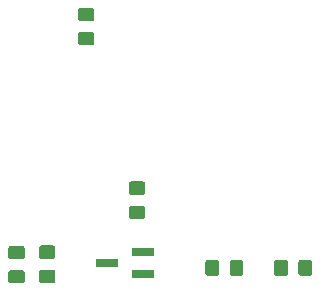
<source format=gtp>
G04 #@! TF.GenerationSoftware,KiCad,Pcbnew,(5.1.5)-3*
G04 #@! TF.CreationDate,2021-10-17T14:13:30-07:00*
G04 #@! TF.ProjectId,pololu_regulator_breakout,706f6c6f-6c75-45f7-9265-67756c61746f,rev?*
G04 #@! TF.SameCoordinates,Original*
G04 #@! TF.FileFunction,Paste,Top*
G04 #@! TF.FilePolarity,Positive*
%FSLAX46Y46*%
G04 Gerber Fmt 4.6, Leading zero omitted, Abs format (unit mm)*
G04 Created by KiCad (PCBNEW (5.1.5)-3) date 2021-10-17 14:13:30*
%MOMM*%
%LPD*%
G04 APERTURE LIST*
%ADD10C,0.100000*%
%ADD11R,1.900000X0.800000*%
G04 APERTURE END LIST*
D10*
G36*
X132374505Y-68276204D02*
G01*
X132398773Y-68279804D01*
X132422572Y-68285765D01*
X132445671Y-68294030D01*
X132467850Y-68304520D01*
X132488893Y-68317132D01*
X132508599Y-68331747D01*
X132526777Y-68348223D01*
X132543253Y-68366401D01*
X132557868Y-68386107D01*
X132570480Y-68407150D01*
X132580970Y-68429329D01*
X132589235Y-68452428D01*
X132595196Y-68476227D01*
X132598796Y-68500495D01*
X132600000Y-68524999D01*
X132600000Y-69175001D01*
X132598796Y-69199505D01*
X132595196Y-69223773D01*
X132589235Y-69247572D01*
X132580970Y-69270671D01*
X132570480Y-69292850D01*
X132557868Y-69313893D01*
X132543253Y-69333599D01*
X132526777Y-69351777D01*
X132508599Y-69368253D01*
X132488893Y-69382868D01*
X132467850Y-69395480D01*
X132445671Y-69405970D01*
X132422572Y-69414235D01*
X132398773Y-69420196D01*
X132374505Y-69423796D01*
X132350001Y-69425000D01*
X131449999Y-69425000D01*
X131425495Y-69423796D01*
X131401227Y-69420196D01*
X131377428Y-69414235D01*
X131354329Y-69405970D01*
X131332150Y-69395480D01*
X131311107Y-69382868D01*
X131291401Y-69368253D01*
X131273223Y-69351777D01*
X131256747Y-69333599D01*
X131242132Y-69313893D01*
X131229520Y-69292850D01*
X131219030Y-69270671D01*
X131210765Y-69247572D01*
X131204804Y-69223773D01*
X131201204Y-69199505D01*
X131200000Y-69175001D01*
X131200000Y-68524999D01*
X131201204Y-68500495D01*
X131204804Y-68476227D01*
X131210765Y-68452428D01*
X131219030Y-68429329D01*
X131229520Y-68407150D01*
X131242132Y-68386107D01*
X131256747Y-68366401D01*
X131273223Y-68348223D01*
X131291401Y-68331747D01*
X131311107Y-68317132D01*
X131332150Y-68304520D01*
X131354329Y-68294030D01*
X131377428Y-68285765D01*
X131401227Y-68279804D01*
X131425495Y-68276204D01*
X131449999Y-68275000D01*
X132350001Y-68275000D01*
X132374505Y-68276204D01*
G37*
G36*
X132374505Y-70326204D02*
G01*
X132398773Y-70329804D01*
X132422572Y-70335765D01*
X132445671Y-70344030D01*
X132467850Y-70354520D01*
X132488893Y-70367132D01*
X132508599Y-70381747D01*
X132526777Y-70398223D01*
X132543253Y-70416401D01*
X132557868Y-70436107D01*
X132570480Y-70457150D01*
X132580970Y-70479329D01*
X132589235Y-70502428D01*
X132595196Y-70526227D01*
X132598796Y-70550495D01*
X132600000Y-70574999D01*
X132600000Y-71225001D01*
X132598796Y-71249505D01*
X132595196Y-71273773D01*
X132589235Y-71297572D01*
X132580970Y-71320671D01*
X132570480Y-71342850D01*
X132557868Y-71363893D01*
X132543253Y-71383599D01*
X132526777Y-71401777D01*
X132508599Y-71418253D01*
X132488893Y-71432868D01*
X132467850Y-71445480D01*
X132445671Y-71455970D01*
X132422572Y-71464235D01*
X132398773Y-71470196D01*
X132374505Y-71473796D01*
X132350001Y-71475000D01*
X131449999Y-71475000D01*
X131425495Y-71473796D01*
X131401227Y-71470196D01*
X131377428Y-71464235D01*
X131354329Y-71455970D01*
X131332150Y-71445480D01*
X131311107Y-71432868D01*
X131291401Y-71418253D01*
X131273223Y-71401777D01*
X131256747Y-71383599D01*
X131242132Y-71363893D01*
X131229520Y-71342850D01*
X131219030Y-71320671D01*
X131210765Y-71297572D01*
X131204804Y-71273773D01*
X131201204Y-71249505D01*
X131200000Y-71225001D01*
X131200000Y-70574999D01*
X131201204Y-70550495D01*
X131204804Y-70526227D01*
X131210765Y-70502428D01*
X131219030Y-70479329D01*
X131229520Y-70457150D01*
X131242132Y-70436107D01*
X131256747Y-70416401D01*
X131273223Y-70398223D01*
X131291401Y-70381747D01*
X131311107Y-70367132D01*
X131332150Y-70354520D01*
X131354329Y-70344030D01*
X131377428Y-70335765D01*
X131401227Y-70329804D01*
X131425495Y-70326204D01*
X131449999Y-70325000D01*
X132350001Y-70325000D01*
X132374505Y-70326204D01*
G37*
G36*
X136674505Y-85026204D02*
G01*
X136698773Y-85029804D01*
X136722572Y-85035765D01*
X136745671Y-85044030D01*
X136767850Y-85054520D01*
X136788893Y-85067132D01*
X136808599Y-85081747D01*
X136826777Y-85098223D01*
X136843253Y-85116401D01*
X136857868Y-85136107D01*
X136870480Y-85157150D01*
X136880970Y-85179329D01*
X136889235Y-85202428D01*
X136895196Y-85226227D01*
X136898796Y-85250495D01*
X136900000Y-85274999D01*
X136900000Y-85925001D01*
X136898796Y-85949505D01*
X136895196Y-85973773D01*
X136889235Y-85997572D01*
X136880970Y-86020671D01*
X136870480Y-86042850D01*
X136857868Y-86063893D01*
X136843253Y-86083599D01*
X136826777Y-86101777D01*
X136808599Y-86118253D01*
X136788893Y-86132868D01*
X136767850Y-86145480D01*
X136745671Y-86155970D01*
X136722572Y-86164235D01*
X136698773Y-86170196D01*
X136674505Y-86173796D01*
X136650001Y-86175000D01*
X135749999Y-86175000D01*
X135725495Y-86173796D01*
X135701227Y-86170196D01*
X135677428Y-86164235D01*
X135654329Y-86155970D01*
X135632150Y-86145480D01*
X135611107Y-86132868D01*
X135591401Y-86118253D01*
X135573223Y-86101777D01*
X135556747Y-86083599D01*
X135542132Y-86063893D01*
X135529520Y-86042850D01*
X135519030Y-86020671D01*
X135510765Y-85997572D01*
X135504804Y-85973773D01*
X135501204Y-85949505D01*
X135500000Y-85925001D01*
X135500000Y-85274999D01*
X135501204Y-85250495D01*
X135504804Y-85226227D01*
X135510765Y-85202428D01*
X135519030Y-85179329D01*
X135529520Y-85157150D01*
X135542132Y-85136107D01*
X135556747Y-85116401D01*
X135573223Y-85098223D01*
X135591401Y-85081747D01*
X135611107Y-85067132D01*
X135632150Y-85054520D01*
X135654329Y-85044030D01*
X135677428Y-85035765D01*
X135701227Y-85029804D01*
X135725495Y-85026204D01*
X135749999Y-85025000D01*
X136650001Y-85025000D01*
X136674505Y-85026204D01*
G37*
G36*
X136674505Y-82976204D02*
G01*
X136698773Y-82979804D01*
X136722572Y-82985765D01*
X136745671Y-82994030D01*
X136767850Y-83004520D01*
X136788893Y-83017132D01*
X136808599Y-83031747D01*
X136826777Y-83048223D01*
X136843253Y-83066401D01*
X136857868Y-83086107D01*
X136870480Y-83107150D01*
X136880970Y-83129329D01*
X136889235Y-83152428D01*
X136895196Y-83176227D01*
X136898796Y-83200495D01*
X136900000Y-83224999D01*
X136900000Y-83875001D01*
X136898796Y-83899505D01*
X136895196Y-83923773D01*
X136889235Y-83947572D01*
X136880970Y-83970671D01*
X136870480Y-83992850D01*
X136857868Y-84013893D01*
X136843253Y-84033599D01*
X136826777Y-84051777D01*
X136808599Y-84068253D01*
X136788893Y-84082868D01*
X136767850Y-84095480D01*
X136745671Y-84105970D01*
X136722572Y-84114235D01*
X136698773Y-84120196D01*
X136674505Y-84123796D01*
X136650001Y-84125000D01*
X135749999Y-84125000D01*
X135725495Y-84123796D01*
X135701227Y-84120196D01*
X135677428Y-84114235D01*
X135654329Y-84105970D01*
X135632150Y-84095480D01*
X135611107Y-84082868D01*
X135591401Y-84068253D01*
X135573223Y-84051777D01*
X135556747Y-84033599D01*
X135542132Y-84013893D01*
X135529520Y-83992850D01*
X135519030Y-83970671D01*
X135510765Y-83947572D01*
X135504804Y-83923773D01*
X135501204Y-83899505D01*
X135500000Y-83875001D01*
X135500000Y-83224999D01*
X135501204Y-83200495D01*
X135504804Y-83176227D01*
X135510765Y-83152428D01*
X135519030Y-83129329D01*
X135529520Y-83107150D01*
X135542132Y-83086107D01*
X135556747Y-83066401D01*
X135573223Y-83048223D01*
X135591401Y-83031747D01*
X135611107Y-83017132D01*
X135632150Y-83004520D01*
X135654329Y-82994030D01*
X135677428Y-82985765D01*
X135701227Y-82979804D01*
X135725495Y-82976204D01*
X135749999Y-82975000D01*
X136650001Y-82975000D01*
X136674505Y-82976204D01*
G37*
G36*
X126474505Y-88426204D02*
G01*
X126498773Y-88429804D01*
X126522572Y-88435765D01*
X126545671Y-88444030D01*
X126567850Y-88454520D01*
X126588893Y-88467132D01*
X126608599Y-88481747D01*
X126626777Y-88498223D01*
X126643253Y-88516401D01*
X126657868Y-88536107D01*
X126670480Y-88557150D01*
X126680970Y-88579329D01*
X126689235Y-88602428D01*
X126695196Y-88626227D01*
X126698796Y-88650495D01*
X126700000Y-88674999D01*
X126700000Y-89325001D01*
X126698796Y-89349505D01*
X126695196Y-89373773D01*
X126689235Y-89397572D01*
X126680970Y-89420671D01*
X126670480Y-89442850D01*
X126657868Y-89463893D01*
X126643253Y-89483599D01*
X126626777Y-89501777D01*
X126608599Y-89518253D01*
X126588893Y-89532868D01*
X126567850Y-89545480D01*
X126545671Y-89555970D01*
X126522572Y-89564235D01*
X126498773Y-89570196D01*
X126474505Y-89573796D01*
X126450001Y-89575000D01*
X125549999Y-89575000D01*
X125525495Y-89573796D01*
X125501227Y-89570196D01*
X125477428Y-89564235D01*
X125454329Y-89555970D01*
X125432150Y-89545480D01*
X125411107Y-89532868D01*
X125391401Y-89518253D01*
X125373223Y-89501777D01*
X125356747Y-89483599D01*
X125342132Y-89463893D01*
X125329520Y-89442850D01*
X125319030Y-89420671D01*
X125310765Y-89397572D01*
X125304804Y-89373773D01*
X125301204Y-89349505D01*
X125300000Y-89325001D01*
X125300000Y-88674999D01*
X125301204Y-88650495D01*
X125304804Y-88626227D01*
X125310765Y-88602428D01*
X125319030Y-88579329D01*
X125329520Y-88557150D01*
X125342132Y-88536107D01*
X125356747Y-88516401D01*
X125373223Y-88498223D01*
X125391401Y-88481747D01*
X125411107Y-88467132D01*
X125432150Y-88454520D01*
X125454329Y-88444030D01*
X125477428Y-88435765D01*
X125501227Y-88429804D01*
X125525495Y-88426204D01*
X125549999Y-88425000D01*
X126450001Y-88425000D01*
X126474505Y-88426204D01*
G37*
G36*
X126474505Y-90476204D02*
G01*
X126498773Y-90479804D01*
X126522572Y-90485765D01*
X126545671Y-90494030D01*
X126567850Y-90504520D01*
X126588893Y-90517132D01*
X126608599Y-90531747D01*
X126626777Y-90548223D01*
X126643253Y-90566401D01*
X126657868Y-90586107D01*
X126670480Y-90607150D01*
X126680970Y-90629329D01*
X126689235Y-90652428D01*
X126695196Y-90676227D01*
X126698796Y-90700495D01*
X126700000Y-90724999D01*
X126700000Y-91375001D01*
X126698796Y-91399505D01*
X126695196Y-91423773D01*
X126689235Y-91447572D01*
X126680970Y-91470671D01*
X126670480Y-91492850D01*
X126657868Y-91513893D01*
X126643253Y-91533599D01*
X126626777Y-91551777D01*
X126608599Y-91568253D01*
X126588893Y-91582868D01*
X126567850Y-91595480D01*
X126545671Y-91605970D01*
X126522572Y-91614235D01*
X126498773Y-91620196D01*
X126474505Y-91623796D01*
X126450001Y-91625000D01*
X125549999Y-91625000D01*
X125525495Y-91623796D01*
X125501227Y-91620196D01*
X125477428Y-91614235D01*
X125454329Y-91605970D01*
X125432150Y-91595480D01*
X125411107Y-91582868D01*
X125391401Y-91568253D01*
X125373223Y-91551777D01*
X125356747Y-91533599D01*
X125342132Y-91513893D01*
X125329520Y-91492850D01*
X125319030Y-91470671D01*
X125310765Y-91447572D01*
X125304804Y-91423773D01*
X125301204Y-91399505D01*
X125300000Y-91375001D01*
X125300000Y-90724999D01*
X125301204Y-90700495D01*
X125304804Y-90676227D01*
X125310765Y-90652428D01*
X125319030Y-90629329D01*
X125329520Y-90607150D01*
X125342132Y-90586107D01*
X125356747Y-90566401D01*
X125373223Y-90548223D01*
X125391401Y-90531747D01*
X125411107Y-90517132D01*
X125432150Y-90504520D01*
X125454329Y-90494030D01*
X125477428Y-90485765D01*
X125501227Y-90479804D01*
X125525495Y-90476204D01*
X125549999Y-90475000D01*
X126450001Y-90475000D01*
X126474505Y-90476204D01*
G37*
D11*
X133700000Y-89900000D03*
X136700000Y-88950000D03*
X136700000Y-90850000D03*
D10*
G36*
X142924505Y-89601204D02*
G01*
X142948773Y-89604804D01*
X142972572Y-89610765D01*
X142995671Y-89619030D01*
X143017850Y-89629520D01*
X143038893Y-89642132D01*
X143058599Y-89656747D01*
X143076777Y-89673223D01*
X143093253Y-89691401D01*
X143107868Y-89711107D01*
X143120480Y-89732150D01*
X143130970Y-89754329D01*
X143139235Y-89777428D01*
X143145196Y-89801227D01*
X143148796Y-89825495D01*
X143150000Y-89849999D01*
X143150000Y-90750001D01*
X143148796Y-90774505D01*
X143145196Y-90798773D01*
X143139235Y-90822572D01*
X143130970Y-90845671D01*
X143120480Y-90867850D01*
X143107868Y-90888893D01*
X143093253Y-90908599D01*
X143076777Y-90926777D01*
X143058599Y-90943253D01*
X143038893Y-90957868D01*
X143017850Y-90970480D01*
X142995671Y-90980970D01*
X142972572Y-90989235D01*
X142948773Y-90995196D01*
X142924505Y-90998796D01*
X142900001Y-91000000D01*
X142249999Y-91000000D01*
X142225495Y-90998796D01*
X142201227Y-90995196D01*
X142177428Y-90989235D01*
X142154329Y-90980970D01*
X142132150Y-90970480D01*
X142111107Y-90957868D01*
X142091401Y-90943253D01*
X142073223Y-90926777D01*
X142056747Y-90908599D01*
X142042132Y-90888893D01*
X142029520Y-90867850D01*
X142019030Y-90845671D01*
X142010765Y-90822572D01*
X142004804Y-90798773D01*
X142001204Y-90774505D01*
X142000000Y-90750001D01*
X142000000Y-89849999D01*
X142001204Y-89825495D01*
X142004804Y-89801227D01*
X142010765Y-89777428D01*
X142019030Y-89754329D01*
X142029520Y-89732150D01*
X142042132Y-89711107D01*
X142056747Y-89691401D01*
X142073223Y-89673223D01*
X142091401Y-89656747D01*
X142111107Y-89642132D01*
X142132150Y-89629520D01*
X142154329Y-89619030D01*
X142177428Y-89610765D01*
X142201227Y-89604804D01*
X142225495Y-89601204D01*
X142249999Y-89600000D01*
X142900001Y-89600000D01*
X142924505Y-89601204D01*
G37*
G36*
X144974505Y-89601204D02*
G01*
X144998773Y-89604804D01*
X145022572Y-89610765D01*
X145045671Y-89619030D01*
X145067850Y-89629520D01*
X145088893Y-89642132D01*
X145108599Y-89656747D01*
X145126777Y-89673223D01*
X145143253Y-89691401D01*
X145157868Y-89711107D01*
X145170480Y-89732150D01*
X145180970Y-89754329D01*
X145189235Y-89777428D01*
X145195196Y-89801227D01*
X145198796Y-89825495D01*
X145200000Y-89849999D01*
X145200000Y-90750001D01*
X145198796Y-90774505D01*
X145195196Y-90798773D01*
X145189235Y-90822572D01*
X145180970Y-90845671D01*
X145170480Y-90867850D01*
X145157868Y-90888893D01*
X145143253Y-90908599D01*
X145126777Y-90926777D01*
X145108599Y-90943253D01*
X145088893Y-90957868D01*
X145067850Y-90970480D01*
X145045671Y-90980970D01*
X145022572Y-90989235D01*
X144998773Y-90995196D01*
X144974505Y-90998796D01*
X144950001Y-91000000D01*
X144299999Y-91000000D01*
X144275495Y-90998796D01*
X144251227Y-90995196D01*
X144227428Y-90989235D01*
X144204329Y-90980970D01*
X144182150Y-90970480D01*
X144161107Y-90957868D01*
X144141401Y-90943253D01*
X144123223Y-90926777D01*
X144106747Y-90908599D01*
X144092132Y-90888893D01*
X144079520Y-90867850D01*
X144069030Y-90845671D01*
X144060765Y-90822572D01*
X144054804Y-90798773D01*
X144051204Y-90774505D01*
X144050000Y-90750001D01*
X144050000Y-89849999D01*
X144051204Y-89825495D01*
X144054804Y-89801227D01*
X144060765Y-89777428D01*
X144069030Y-89754329D01*
X144079520Y-89732150D01*
X144092132Y-89711107D01*
X144106747Y-89691401D01*
X144123223Y-89673223D01*
X144141401Y-89656747D01*
X144161107Y-89642132D01*
X144182150Y-89629520D01*
X144204329Y-89619030D01*
X144227428Y-89610765D01*
X144251227Y-89604804D01*
X144275495Y-89601204D01*
X144299999Y-89600000D01*
X144950001Y-89600000D01*
X144974505Y-89601204D01*
G37*
G36*
X150799505Y-89601204D02*
G01*
X150823773Y-89604804D01*
X150847572Y-89610765D01*
X150870671Y-89619030D01*
X150892850Y-89629520D01*
X150913893Y-89642132D01*
X150933599Y-89656747D01*
X150951777Y-89673223D01*
X150968253Y-89691401D01*
X150982868Y-89711107D01*
X150995480Y-89732150D01*
X151005970Y-89754329D01*
X151014235Y-89777428D01*
X151020196Y-89801227D01*
X151023796Y-89825495D01*
X151025000Y-89849999D01*
X151025000Y-90750001D01*
X151023796Y-90774505D01*
X151020196Y-90798773D01*
X151014235Y-90822572D01*
X151005970Y-90845671D01*
X150995480Y-90867850D01*
X150982868Y-90888893D01*
X150968253Y-90908599D01*
X150951777Y-90926777D01*
X150933599Y-90943253D01*
X150913893Y-90957868D01*
X150892850Y-90970480D01*
X150870671Y-90980970D01*
X150847572Y-90989235D01*
X150823773Y-90995196D01*
X150799505Y-90998796D01*
X150775001Y-91000000D01*
X150124999Y-91000000D01*
X150100495Y-90998796D01*
X150076227Y-90995196D01*
X150052428Y-90989235D01*
X150029329Y-90980970D01*
X150007150Y-90970480D01*
X149986107Y-90957868D01*
X149966401Y-90943253D01*
X149948223Y-90926777D01*
X149931747Y-90908599D01*
X149917132Y-90888893D01*
X149904520Y-90867850D01*
X149894030Y-90845671D01*
X149885765Y-90822572D01*
X149879804Y-90798773D01*
X149876204Y-90774505D01*
X149875000Y-90750001D01*
X149875000Y-89849999D01*
X149876204Y-89825495D01*
X149879804Y-89801227D01*
X149885765Y-89777428D01*
X149894030Y-89754329D01*
X149904520Y-89732150D01*
X149917132Y-89711107D01*
X149931747Y-89691401D01*
X149948223Y-89673223D01*
X149966401Y-89656747D01*
X149986107Y-89642132D01*
X150007150Y-89629520D01*
X150029329Y-89619030D01*
X150052428Y-89610765D01*
X150076227Y-89604804D01*
X150100495Y-89601204D01*
X150124999Y-89600000D01*
X150775001Y-89600000D01*
X150799505Y-89601204D01*
G37*
G36*
X148749505Y-89601204D02*
G01*
X148773773Y-89604804D01*
X148797572Y-89610765D01*
X148820671Y-89619030D01*
X148842850Y-89629520D01*
X148863893Y-89642132D01*
X148883599Y-89656747D01*
X148901777Y-89673223D01*
X148918253Y-89691401D01*
X148932868Y-89711107D01*
X148945480Y-89732150D01*
X148955970Y-89754329D01*
X148964235Y-89777428D01*
X148970196Y-89801227D01*
X148973796Y-89825495D01*
X148975000Y-89849999D01*
X148975000Y-90750001D01*
X148973796Y-90774505D01*
X148970196Y-90798773D01*
X148964235Y-90822572D01*
X148955970Y-90845671D01*
X148945480Y-90867850D01*
X148932868Y-90888893D01*
X148918253Y-90908599D01*
X148901777Y-90926777D01*
X148883599Y-90943253D01*
X148863893Y-90957868D01*
X148842850Y-90970480D01*
X148820671Y-90980970D01*
X148797572Y-90989235D01*
X148773773Y-90995196D01*
X148749505Y-90998796D01*
X148725001Y-91000000D01*
X148074999Y-91000000D01*
X148050495Y-90998796D01*
X148026227Y-90995196D01*
X148002428Y-90989235D01*
X147979329Y-90980970D01*
X147957150Y-90970480D01*
X147936107Y-90957868D01*
X147916401Y-90943253D01*
X147898223Y-90926777D01*
X147881747Y-90908599D01*
X147867132Y-90888893D01*
X147854520Y-90867850D01*
X147844030Y-90845671D01*
X147835765Y-90822572D01*
X147829804Y-90798773D01*
X147826204Y-90774505D01*
X147825000Y-90750001D01*
X147825000Y-89849999D01*
X147826204Y-89825495D01*
X147829804Y-89801227D01*
X147835765Y-89777428D01*
X147844030Y-89754329D01*
X147854520Y-89732150D01*
X147867132Y-89711107D01*
X147881747Y-89691401D01*
X147898223Y-89673223D01*
X147916401Y-89656747D01*
X147936107Y-89642132D01*
X147957150Y-89629520D01*
X147979329Y-89619030D01*
X148002428Y-89610765D01*
X148026227Y-89604804D01*
X148050495Y-89601204D01*
X148074999Y-89600000D01*
X148725001Y-89600000D01*
X148749505Y-89601204D01*
G37*
G36*
X129074505Y-90451204D02*
G01*
X129098773Y-90454804D01*
X129122572Y-90460765D01*
X129145671Y-90469030D01*
X129167850Y-90479520D01*
X129188893Y-90492132D01*
X129208599Y-90506747D01*
X129226777Y-90523223D01*
X129243253Y-90541401D01*
X129257868Y-90561107D01*
X129270480Y-90582150D01*
X129280970Y-90604329D01*
X129289235Y-90627428D01*
X129295196Y-90651227D01*
X129298796Y-90675495D01*
X129300000Y-90699999D01*
X129300000Y-91350001D01*
X129298796Y-91374505D01*
X129295196Y-91398773D01*
X129289235Y-91422572D01*
X129280970Y-91445671D01*
X129270480Y-91467850D01*
X129257868Y-91488893D01*
X129243253Y-91508599D01*
X129226777Y-91526777D01*
X129208599Y-91543253D01*
X129188893Y-91557868D01*
X129167850Y-91570480D01*
X129145671Y-91580970D01*
X129122572Y-91589235D01*
X129098773Y-91595196D01*
X129074505Y-91598796D01*
X129050001Y-91600000D01*
X128149999Y-91600000D01*
X128125495Y-91598796D01*
X128101227Y-91595196D01*
X128077428Y-91589235D01*
X128054329Y-91580970D01*
X128032150Y-91570480D01*
X128011107Y-91557868D01*
X127991401Y-91543253D01*
X127973223Y-91526777D01*
X127956747Y-91508599D01*
X127942132Y-91488893D01*
X127929520Y-91467850D01*
X127919030Y-91445671D01*
X127910765Y-91422572D01*
X127904804Y-91398773D01*
X127901204Y-91374505D01*
X127900000Y-91350001D01*
X127900000Y-90699999D01*
X127901204Y-90675495D01*
X127904804Y-90651227D01*
X127910765Y-90627428D01*
X127919030Y-90604329D01*
X127929520Y-90582150D01*
X127942132Y-90561107D01*
X127956747Y-90541401D01*
X127973223Y-90523223D01*
X127991401Y-90506747D01*
X128011107Y-90492132D01*
X128032150Y-90479520D01*
X128054329Y-90469030D01*
X128077428Y-90460765D01*
X128101227Y-90454804D01*
X128125495Y-90451204D01*
X128149999Y-90450000D01*
X129050001Y-90450000D01*
X129074505Y-90451204D01*
G37*
G36*
X129074505Y-88401204D02*
G01*
X129098773Y-88404804D01*
X129122572Y-88410765D01*
X129145671Y-88419030D01*
X129167850Y-88429520D01*
X129188893Y-88442132D01*
X129208599Y-88456747D01*
X129226777Y-88473223D01*
X129243253Y-88491401D01*
X129257868Y-88511107D01*
X129270480Y-88532150D01*
X129280970Y-88554329D01*
X129289235Y-88577428D01*
X129295196Y-88601227D01*
X129298796Y-88625495D01*
X129300000Y-88649999D01*
X129300000Y-89300001D01*
X129298796Y-89324505D01*
X129295196Y-89348773D01*
X129289235Y-89372572D01*
X129280970Y-89395671D01*
X129270480Y-89417850D01*
X129257868Y-89438893D01*
X129243253Y-89458599D01*
X129226777Y-89476777D01*
X129208599Y-89493253D01*
X129188893Y-89507868D01*
X129167850Y-89520480D01*
X129145671Y-89530970D01*
X129122572Y-89539235D01*
X129098773Y-89545196D01*
X129074505Y-89548796D01*
X129050001Y-89550000D01*
X128149999Y-89550000D01*
X128125495Y-89548796D01*
X128101227Y-89545196D01*
X128077428Y-89539235D01*
X128054329Y-89530970D01*
X128032150Y-89520480D01*
X128011107Y-89507868D01*
X127991401Y-89493253D01*
X127973223Y-89476777D01*
X127956747Y-89458599D01*
X127942132Y-89438893D01*
X127929520Y-89417850D01*
X127919030Y-89395671D01*
X127910765Y-89372572D01*
X127904804Y-89348773D01*
X127901204Y-89324505D01*
X127900000Y-89300001D01*
X127900000Y-88649999D01*
X127901204Y-88625495D01*
X127904804Y-88601227D01*
X127910765Y-88577428D01*
X127919030Y-88554329D01*
X127929520Y-88532150D01*
X127942132Y-88511107D01*
X127956747Y-88491401D01*
X127973223Y-88473223D01*
X127991401Y-88456747D01*
X128011107Y-88442132D01*
X128032150Y-88429520D01*
X128054329Y-88419030D01*
X128077428Y-88410765D01*
X128101227Y-88404804D01*
X128125495Y-88401204D01*
X128149999Y-88400000D01*
X129050001Y-88400000D01*
X129074505Y-88401204D01*
G37*
M02*

</source>
